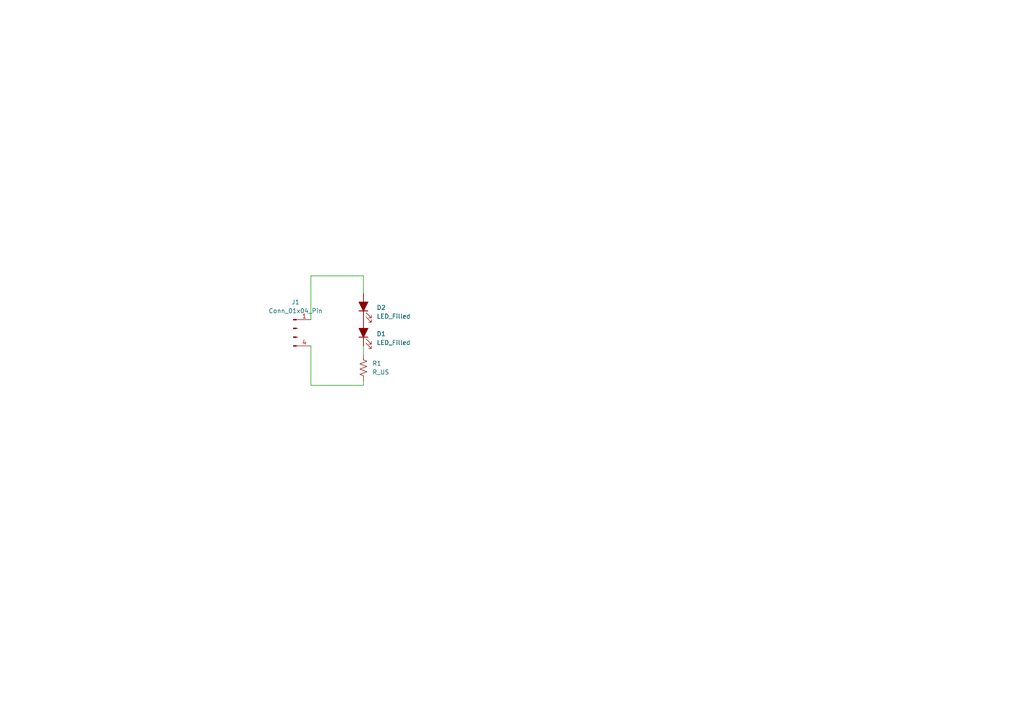
<source format=kicad_sch>
(kicad_sch (version 20230121) (generator eeschema)
  (paper "A4")
  (lib_symbols
    (symbol "Connector:Conn_01x04_Pin" (pin_names (offset 1.016) hide)
      (property "Reference" "J1" (at 0.635 7.62 0))
      (property "Value" "Conn_01x04_Pin" (at 0.635 5.08 0))
      (symbol "Conn_01x04_Pin_1_1"
        (polyline (pts (xy 1.27 -5.08) (xy 0.8636 -5.08)) (stroke (width 0.1524)))
        (polyline (pts (xy 1.27 -2.54) (xy 0.8636 -2.54)) (stroke (width 0.1524)))
        (polyline (pts (xy 1.27 0) (xy 0.8636 0)) (stroke (width 0.1524)))
        (polyline (pts (xy 1.27 2.54) (xy 0.8636 2.54)) (stroke (width 0.1524)))
        (rectangle (start 0.8636 -4.953) (end 0 -5.207) (stroke (width 0.1524)) (fill (type outline)))
        (rectangle (start 0.8636 -2.413) (end 0 -2.667) (stroke (width 0.1524)) (fill (type outline)))
        (rectangle (start 0.8636 0.127) (end 0 -0.127) (stroke (width 0.1524)) (fill (type outline)))
        (rectangle (start 0.8636 2.667) (end 0 2.413) (stroke (width 0.1524)) (fill (type outline)))
        (pin passive line (at 5.08 2.54 180) (length 3.81) (name "Pin_1") (number "1"))
        (pin passive line (at 5.08 -5.08 180) (length 3.81) (name "Pin_4") (number "4"))
      )
    )
    (symbol "Device:LED_Filled" (pin_numbers hide) (pin_names (offset 1.016) hide)
      (property "Reference" "D" (at 0 2.54 0))
      (property "Value" "LED_Filled" (at 0 -2.54 0))
      (symbol "LED_Filled_0_1"
        (polyline (pts (xy -1.27 -1.27) (xy -1.27 1.27)) (stroke (width 0.254)))
        (polyline (pts (xy -1.27 0) (xy 1.27 0)))
        (polyline (pts (xy 1.27 -1.27) (xy 1.27 1.27) (xy -1.27 0) (xy 1.27 -1.27)) (stroke (width 0.254)) (fill (type outline)))
        (polyline (pts (xy -3.048 -0.762) (xy -4.572 -2.286) (xy -3.81 -2.286) (xy -4.572 -2.286) (xy -4.572 -1.524)))
        (polyline (pts (xy -1.778 -0.762) (xy -3.302 -2.286) (xy -2.54 -2.286) (xy -3.302 -2.286) (xy -3.302 -1.524)))
      )
      (symbol "LED_Filled_1_1"
        (pin passive line (at -3.81 0 0) (length 2.54) (name "K") (number "1"))
        (pin passive line (at 3.81 0 180) (length 2.54) (name "A") (number "2"))
      )
    )
    (symbol "Device:R_US" (pin_numbers hide) (pin_names (offset 0))
      (property "Reference" "R" (at 2.54 0 90))
      (property "Value" "R_US" (at -2.54 0 90))
      (symbol "R_US_0_1"
        (polyline (pts (xy 0 -2.286) (xy 0 -2.54)))
        (polyline (pts (xy 0 2.286) (xy 0 2.54)))
        (polyline (pts (xy 0 -0.762) (xy 1.016 -1.143) (xy 0 -1.524) (xy -1.016 -1.905) (xy 0 -2.286)))
        (polyline (pts (xy 0 0.762) (xy 1.016 0.381) (xy 0 0) (xy -1.016 -0.381) (xy 0 -0.762)))
        (polyline (pts (xy 0 2.286) (xy 1.016 1.905) (xy 0 1.524) (xy -1.016 1.143) (xy 0 0.762)))
      )
      (symbol "R_US_1_1"
        (pin passive line (at 0 3.81 270) (length 1.27) (name "~") (number "1"))
        (pin passive line (at 0 -3.81 90) (length 1.27) (name "~") (number "2"))
      )
    )
  )
  (wire (pts (xy 90.17 100.33) (xy 90.17 111.76)))
  (wire (pts (xy 90.17 80.01) (xy 105.41 80.01)))
  (wire (pts (xy 105.41 100.33) (xy 105.41 102.87)))
  (wire (pts (xy 105.41 110.49) (xy 105.41 111.76)))
  (wire (pts (xy 90.17 111.76) (xy 105.41 111.76)))
  (wire (pts (xy 90.17 92.71) (xy 90.17 80.01)))
  (wire (pts (xy 105.41 80.01) (xy 105.41 85.09)))
  (symbol (lib_id "Connector:Conn_01x04_Pin") (at 85.09 95.25 0) (unit 1)
    (property "Reference" "J1" (at 85.725 87.63 0))
    (property "Value" "Conn_01x04_Pin" (at 85.725 90.17 0))
    (property "Footprint" "usb_pcb_edge:usb-PCB" (effects hide))
  )
  (symbol (lib_id "Device:R_US") (at 105.41 106.68 0) (unit 1)
    (property "Reference" "R1" (at 107.95 105.41 0) (effects (justify left)))
    (property "Value" "R_US" (at 107.95 107.95 0) (effects (justify left)))
    (property "Footprint" "Resistor_THT:R_Axial_DIN0204_L3.6mm_D1.6mm_P7.62mm_Horizontal" (effects hide))
  )
  (symbol (lib_id "Device:LED_Filled") (at 105.41 96.52 90) (unit 1)
    (property "Reference" "D1" (at 109.22 96.8375 90) (effects (justify right)))
    (property "Value" "LED_Filled" (at 109.22 99.3775 90) (effects (justify right)))
    (property "Footprint" "LED_THT:LED_D3.0mm" (effects hide))
  )
  (symbol (lib_id "Device:LED_Filled") (at 105.41 88.9 90) (unit 1)
    (property "Reference" "D2" (at 109.22 89.2175 90) (effects (justify right)))
    (property "Value" "LED_Filled" (at 109.22 91.7575 90) (effects (justify right)))
    (property "Footprint" "LED_THT:LED_D3.0mm" (effects hide))
  )
)
</source>
